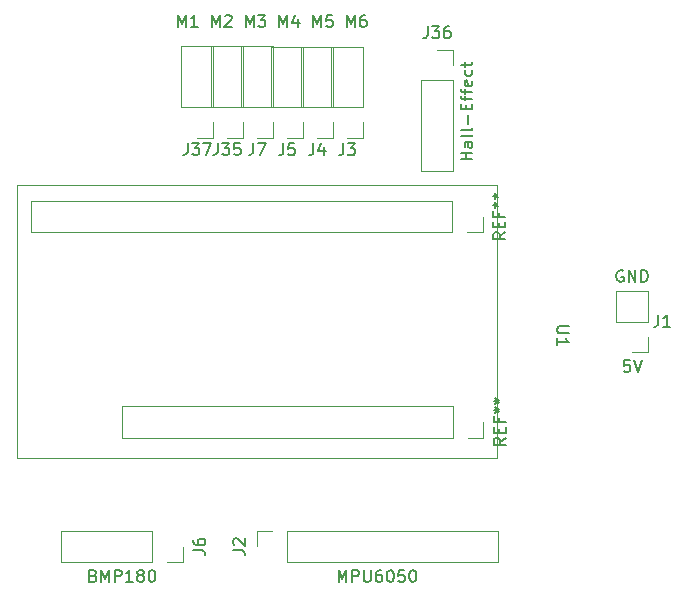
<source format=gbr>
%TF.GenerationSoftware,KiCad,Pcbnew,(6.0.9)*%
%TF.CreationDate,2023-02-14T12:36:13+03:00*%
%TF.ProjectId,kontrol_karti,6b6f6e74-726f-46c5-9f6b-617274692e6b,rev?*%
%TF.SameCoordinates,Original*%
%TF.FileFunction,Legend,Top*%
%TF.FilePolarity,Positive*%
%FSLAX46Y46*%
G04 Gerber Fmt 4.6, Leading zero omitted, Abs format (unit mm)*
G04 Created by KiCad (PCBNEW (6.0.9)) date 2023-02-14 12:36:13*
%MOMM*%
%LPD*%
G01*
G04 APERTURE LIST*
%ADD10C,0.150000*%
%ADD11C,0.120000*%
G04 APERTURE END LIST*
D10*
X86812380Y-58657619D02*
X85812380Y-58657619D01*
X86288571Y-58657619D02*
X86288571Y-58086190D01*
X86812380Y-58086190D02*
X85812380Y-58086190D01*
X86812380Y-57181428D02*
X86288571Y-57181428D01*
X86193333Y-57229047D01*
X86145714Y-57324285D01*
X86145714Y-57514761D01*
X86193333Y-57610000D01*
X86764761Y-57181428D02*
X86812380Y-57276666D01*
X86812380Y-57514761D01*
X86764761Y-57610000D01*
X86669523Y-57657619D01*
X86574285Y-57657619D01*
X86479047Y-57610000D01*
X86431428Y-57514761D01*
X86431428Y-57276666D01*
X86383809Y-57181428D01*
X86812380Y-56562380D02*
X86764761Y-56657619D01*
X86669523Y-56705238D01*
X85812380Y-56705238D01*
X86812380Y-56038571D02*
X86764761Y-56133809D01*
X86669523Y-56181428D01*
X85812380Y-56181428D01*
X86431428Y-55657619D02*
X86431428Y-54895714D01*
X86288571Y-54419523D02*
X86288571Y-54086190D01*
X86812380Y-53943333D02*
X86812380Y-54419523D01*
X85812380Y-54419523D01*
X85812380Y-53943333D01*
X86145714Y-53657619D02*
X86145714Y-53276666D01*
X86812380Y-53514761D02*
X85955238Y-53514761D01*
X85860000Y-53467142D01*
X85812380Y-53371904D01*
X85812380Y-53276666D01*
X86145714Y-53086190D02*
X86145714Y-52705238D01*
X86812380Y-52943333D02*
X85955238Y-52943333D01*
X85860000Y-52895714D01*
X85812380Y-52800476D01*
X85812380Y-52705238D01*
X86764761Y-51990952D02*
X86812380Y-52086190D01*
X86812380Y-52276666D01*
X86764761Y-52371904D01*
X86669523Y-52419523D01*
X86288571Y-52419523D01*
X86193333Y-52371904D01*
X86145714Y-52276666D01*
X86145714Y-52086190D01*
X86193333Y-51990952D01*
X86288571Y-51943333D01*
X86383809Y-51943333D01*
X86479047Y-52419523D01*
X86764761Y-51086190D02*
X86812380Y-51181428D01*
X86812380Y-51371904D01*
X86764761Y-51467142D01*
X86717142Y-51514761D01*
X86621904Y-51562380D01*
X86336190Y-51562380D01*
X86240952Y-51514761D01*
X86193333Y-51467142D01*
X86145714Y-51371904D01*
X86145714Y-51181428D01*
X86193333Y-51086190D01*
X86145714Y-50800476D02*
X86145714Y-50419523D01*
X85812380Y-50657619D02*
X86669523Y-50657619D01*
X86764761Y-50610000D01*
X86812380Y-50514761D01*
X86812380Y-50419523D01*
X100139523Y-75652380D02*
X99663333Y-75652380D01*
X99615714Y-76128571D01*
X99663333Y-76080952D01*
X99758571Y-76033333D01*
X99996666Y-76033333D01*
X100091904Y-76080952D01*
X100139523Y-76128571D01*
X100187142Y-76223809D01*
X100187142Y-76461904D01*
X100139523Y-76557142D01*
X100091904Y-76604761D01*
X99996666Y-76652380D01*
X99758571Y-76652380D01*
X99663333Y-76604761D01*
X99615714Y-76557142D01*
X100472857Y-75652380D02*
X100806190Y-76652380D01*
X101139523Y-75652380D01*
X61897619Y-47442380D02*
X61897619Y-46442380D01*
X62230952Y-47156666D01*
X62564285Y-46442380D01*
X62564285Y-47442380D01*
X63564285Y-47442380D02*
X62992857Y-47442380D01*
X63278571Y-47442380D02*
X63278571Y-46442380D01*
X63183333Y-46585238D01*
X63088095Y-46680476D01*
X62992857Y-46728095D01*
X64754761Y-47442380D02*
X64754761Y-46442380D01*
X65088095Y-47156666D01*
X65421428Y-46442380D01*
X65421428Y-47442380D01*
X65850000Y-46537619D02*
X65897619Y-46490000D01*
X65992857Y-46442380D01*
X66230952Y-46442380D01*
X66326190Y-46490000D01*
X66373809Y-46537619D01*
X66421428Y-46632857D01*
X66421428Y-46728095D01*
X66373809Y-46870952D01*
X65802380Y-47442380D01*
X66421428Y-47442380D01*
X67611904Y-47442380D02*
X67611904Y-46442380D01*
X67945238Y-47156666D01*
X68278571Y-46442380D01*
X68278571Y-47442380D01*
X68659523Y-46442380D02*
X69278571Y-46442380D01*
X68945238Y-46823333D01*
X69088095Y-46823333D01*
X69183333Y-46870952D01*
X69230952Y-46918571D01*
X69278571Y-47013809D01*
X69278571Y-47251904D01*
X69230952Y-47347142D01*
X69183333Y-47394761D01*
X69088095Y-47442380D01*
X68802380Y-47442380D01*
X68707142Y-47394761D01*
X68659523Y-47347142D01*
X70469047Y-47442380D02*
X70469047Y-46442380D01*
X70802380Y-47156666D01*
X71135714Y-46442380D01*
X71135714Y-47442380D01*
X72040476Y-46775714D02*
X72040476Y-47442380D01*
X71802380Y-46394761D02*
X71564285Y-47109047D01*
X72183333Y-47109047D01*
X73326190Y-47442380D02*
X73326190Y-46442380D01*
X73659523Y-47156666D01*
X73992857Y-46442380D01*
X73992857Y-47442380D01*
X74945238Y-46442380D02*
X74469047Y-46442380D01*
X74421428Y-46918571D01*
X74469047Y-46870952D01*
X74564285Y-46823333D01*
X74802380Y-46823333D01*
X74897619Y-46870952D01*
X74945238Y-46918571D01*
X74992857Y-47013809D01*
X74992857Y-47251904D01*
X74945238Y-47347142D01*
X74897619Y-47394761D01*
X74802380Y-47442380D01*
X74564285Y-47442380D01*
X74469047Y-47394761D01*
X74421428Y-47347142D01*
X76183333Y-47442380D02*
X76183333Y-46442380D01*
X76516666Y-47156666D01*
X76850000Y-46442380D01*
X76850000Y-47442380D01*
X77754761Y-46442380D02*
X77564285Y-46442380D01*
X77469047Y-46490000D01*
X77421428Y-46537619D01*
X77326190Y-46680476D01*
X77278571Y-46870952D01*
X77278571Y-47251904D01*
X77326190Y-47347142D01*
X77373809Y-47394761D01*
X77469047Y-47442380D01*
X77659523Y-47442380D01*
X77754761Y-47394761D01*
X77802380Y-47347142D01*
X77850000Y-47251904D01*
X77850000Y-47013809D01*
X77802380Y-46918571D01*
X77754761Y-46870952D01*
X77659523Y-46823333D01*
X77469047Y-46823333D01*
X77373809Y-46870952D01*
X77326190Y-46918571D01*
X77278571Y-47013809D01*
X75478095Y-94432380D02*
X75478095Y-93432380D01*
X75811428Y-94146666D01*
X76144761Y-93432380D01*
X76144761Y-94432380D01*
X76620952Y-94432380D02*
X76620952Y-93432380D01*
X77001904Y-93432380D01*
X77097142Y-93480000D01*
X77144761Y-93527619D01*
X77192380Y-93622857D01*
X77192380Y-93765714D01*
X77144761Y-93860952D01*
X77097142Y-93908571D01*
X77001904Y-93956190D01*
X76620952Y-93956190D01*
X77620952Y-93432380D02*
X77620952Y-94241904D01*
X77668571Y-94337142D01*
X77716190Y-94384761D01*
X77811428Y-94432380D01*
X78001904Y-94432380D01*
X78097142Y-94384761D01*
X78144761Y-94337142D01*
X78192380Y-94241904D01*
X78192380Y-93432380D01*
X79097142Y-93432380D02*
X78906666Y-93432380D01*
X78811428Y-93480000D01*
X78763809Y-93527619D01*
X78668571Y-93670476D01*
X78620952Y-93860952D01*
X78620952Y-94241904D01*
X78668571Y-94337142D01*
X78716190Y-94384761D01*
X78811428Y-94432380D01*
X79001904Y-94432380D01*
X79097142Y-94384761D01*
X79144761Y-94337142D01*
X79192380Y-94241904D01*
X79192380Y-94003809D01*
X79144761Y-93908571D01*
X79097142Y-93860952D01*
X79001904Y-93813333D01*
X78811428Y-93813333D01*
X78716190Y-93860952D01*
X78668571Y-93908571D01*
X78620952Y-94003809D01*
X79811428Y-93432380D02*
X79906666Y-93432380D01*
X80001904Y-93480000D01*
X80049523Y-93527619D01*
X80097142Y-93622857D01*
X80144761Y-93813333D01*
X80144761Y-94051428D01*
X80097142Y-94241904D01*
X80049523Y-94337142D01*
X80001904Y-94384761D01*
X79906666Y-94432380D01*
X79811428Y-94432380D01*
X79716190Y-94384761D01*
X79668571Y-94337142D01*
X79620952Y-94241904D01*
X79573333Y-94051428D01*
X79573333Y-93813333D01*
X79620952Y-93622857D01*
X79668571Y-93527619D01*
X79716190Y-93480000D01*
X79811428Y-93432380D01*
X81049523Y-93432380D02*
X80573333Y-93432380D01*
X80525714Y-93908571D01*
X80573333Y-93860952D01*
X80668571Y-93813333D01*
X80906666Y-93813333D01*
X81001904Y-93860952D01*
X81049523Y-93908571D01*
X81097142Y-94003809D01*
X81097142Y-94241904D01*
X81049523Y-94337142D01*
X81001904Y-94384761D01*
X80906666Y-94432380D01*
X80668571Y-94432380D01*
X80573333Y-94384761D01*
X80525714Y-94337142D01*
X81716190Y-93432380D02*
X81811428Y-93432380D01*
X81906666Y-93480000D01*
X81954285Y-93527619D01*
X82001904Y-93622857D01*
X82049523Y-93813333D01*
X82049523Y-94051428D01*
X82001904Y-94241904D01*
X81954285Y-94337142D01*
X81906666Y-94384761D01*
X81811428Y-94432380D01*
X81716190Y-94432380D01*
X81620952Y-94384761D01*
X81573333Y-94337142D01*
X81525714Y-94241904D01*
X81478095Y-94051428D01*
X81478095Y-93813333D01*
X81525714Y-93622857D01*
X81573333Y-93527619D01*
X81620952Y-93480000D01*
X81716190Y-93432380D01*
X54721428Y-93908571D02*
X54864285Y-93956190D01*
X54911904Y-94003809D01*
X54959523Y-94099047D01*
X54959523Y-94241904D01*
X54911904Y-94337142D01*
X54864285Y-94384761D01*
X54769047Y-94432380D01*
X54388095Y-94432380D01*
X54388095Y-93432380D01*
X54721428Y-93432380D01*
X54816666Y-93480000D01*
X54864285Y-93527619D01*
X54911904Y-93622857D01*
X54911904Y-93718095D01*
X54864285Y-93813333D01*
X54816666Y-93860952D01*
X54721428Y-93908571D01*
X54388095Y-93908571D01*
X55388095Y-94432380D02*
X55388095Y-93432380D01*
X55721428Y-94146666D01*
X56054761Y-93432380D01*
X56054761Y-94432380D01*
X56530952Y-94432380D02*
X56530952Y-93432380D01*
X56911904Y-93432380D01*
X57007142Y-93480000D01*
X57054761Y-93527619D01*
X57102380Y-93622857D01*
X57102380Y-93765714D01*
X57054761Y-93860952D01*
X57007142Y-93908571D01*
X56911904Y-93956190D01*
X56530952Y-93956190D01*
X58054761Y-94432380D02*
X57483333Y-94432380D01*
X57769047Y-94432380D02*
X57769047Y-93432380D01*
X57673809Y-93575238D01*
X57578571Y-93670476D01*
X57483333Y-93718095D01*
X58626190Y-93860952D02*
X58530952Y-93813333D01*
X58483333Y-93765714D01*
X58435714Y-93670476D01*
X58435714Y-93622857D01*
X58483333Y-93527619D01*
X58530952Y-93480000D01*
X58626190Y-93432380D01*
X58816666Y-93432380D01*
X58911904Y-93480000D01*
X58959523Y-93527619D01*
X59007142Y-93622857D01*
X59007142Y-93670476D01*
X58959523Y-93765714D01*
X58911904Y-93813333D01*
X58816666Y-93860952D01*
X58626190Y-93860952D01*
X58530952Y-93908571D01*
X58483333Y-93956190D01*
X58435714Y-94051428D01*
X58435714Y-94241904D01*
X58483333Y-94337142D01*
X58530952Y-94384761D01*
X58626190Y-94432380D01*
X58816666Y-94432380D01*
X58911904Y-94384761D01*
X58959523Y-94337142D01*
X59007142Y-94241904D01*
X59007142Y-94051428D01*
X58959523Y-93956190D01*
X58911904Y-93908571D01*
X58816666Y-93860952D01*
X59626190Y-93432380D02*
X59721428Y-93432380D01*
X59816666Y-93480000D01*
X59864285Y-93527619D01*
X59911904Y-93622857D01*
X59959523Y-93813333D01*
X59959523Y-94051428D01*
X59911904Y-94241904D01*
X59864285Y-94337142D01*
X59816666Y-94384761D01*
X59721428Y-94432380D01*
X59626190Y-94432380D01*
X59530952Y-94384761D01*
X59483333Y-94337142D01*
X59435714Y-94241904D01*
X59388095Y-94051428D01*
X59388095Y-93813333D01*
X59435714Y-93622857D01*
X59483333Y-93527619D01*
X59530952Y-93480000D01*
X59626190Y-93432380D01*
X99568095Y-68080000D02*
X99472857Y-68032380D01*
X99330000Y-68032380D01*
X99187142Y-68080000D01*
X99091904Y-68175238D01*
X99044285Y-68270476D01*
X98996666Y-68460952D01*
X98996666Y-68603809D01*
X99044285Y-68794285D01*
X99091904Y-68889523D01*
X99187142Y-68984761D01*
X99330000Y-69032380D01*
X99425238Y-69032380D01*
X99568095Y-68984761D01*
X99615714Y-68937142D01*
X99615714Y-68603809D01*
X99425238Y-68603809D01*
X100044285Y-69032380D02*
X100044285Y-68032380D01*
X100615714Y-69032380D01*
X100615714Y-68032380D01*
X101091904Y-69032380D02*
X101091904Y-68032380D01*
X101330000Y-68032380D01*
X101472857Y-68080000D01*
X101568095Y-68175238D01*
X101615714Y-68270476D01*
X101663333Y-68460952D01*
X101663333Y-68603809D01*
X101615714Y-68794285D01*
X101568095Y-68889523D01*
X101472857Y-68984761D01*
X101330000Y-69032380D01*
X101091904Y-69032380D01*
%TO.C,J7*%
X68246666Y-57292380D02*
X68246666Y-58006666D01*
X68199047Y-58149523D01*
X68103809Y-58244761D01*
X67960952Y-58292380D01*
X67865714Y-58292380D01*
X68627619Y-57292380D02*
X69294285Y-57292380D01*
X68865714Y-58292380D01*
%TO.C,J35*%
X65230476Y-57292380D02*
X65230476Y-58006666D01*
X65182857Y-58149523D01*
X65087619Y-58244761D01*
X64944761Y-58292380D01*
X64849523Y-58292380D01*
X65611428Y-57292380D02*
X66230476Y-57292380D01*
X65897142Y-57673333D01*
X66040000Y-57673333D01*
X66135238Y-57720952D01*
X66182857Y-57768571D01*
X66230476Y-57863809D01*
X66230476Y-58101904D01*
X66182857Y-58197142D01*
X66135238Y-58244761D01*
X66040000Y-58292380D01*
X65754285Y-58292380D01*
X65659047Y-58244761D01*
X65611428Y-58197142D01*
X67135238Y-57292380D02*
X66659047Y-57292380D01*
X66611428Y-57768571D01*
X66659047Y-57720952D01*
X66754285Y-57673333D01*
X66992380Y-57673333D01*
X67087619Y-57720952D01*
X67135238Y-57768571D01*
X67182857Y-57863809D01*
X67182857Y-58101904D01*
X67135238Y-58197142D01*
X67087619Y-58244761D01*
X66992380Y-58292380D01*
X66754285Y-58292380D01*
X66659047Y-58244761D01*
X66611428Y-58197142D01*
%TO.C,REF\u002A\u002A*%
X89622380Y-82233333D02*
X89146190Y-82566666D01*
X89622380Y-82804761D02*
X88622380Y-82804761D01*
X88622380Y-82423809D01*
X88670000Y-82328571D01*
X88717619Y-82280952D01*
X88812857Y-82233333D01*
X88955714Y-82233333D01*
X89050952Y-82280952D01*
X89098571Y-82328571D01*
X89146190Y-82423809D01*
X89146190Y-82804761D01*
X89098571Y-81804761D02*
X89098571Y-81471428D01*
X89622380Y-81328571D02*
X89622380Y-81804761D01*
X88622380Y-81804761D01*
X88622380Y-81328571D01*
X89098571Y-80566666D02*
X89098571Y-80900000D01*
X89622380Y-80900000D02*
X88622380Y-80900000D01*
X88622380Y-80423809D01*
X88622380Y-79900000D02*
X88860476Y-79900000D01*
X88765238Y-80138095D02*
X88860476Y-79900000D01*
X88765238Y-79661904D01*
X89050952Y-80042857D02*
X88860476Y-79900000D01*
X89050952Y-79757142D01*
X88622380Y-79138095D02*
X88860476Y-79138095D01*
X88765238Y-79376190D02*
X88860476Y-79138095D01*
X88765238Y-78900000D01*
X89050952Y-79280952D02*
X88860476Y-79138095D01*
X89050952Y-78995238D01*
%TO.C,J6*%
X63182380Y-91773333D02*
X63896666Y-91773333D01*
X64039523Y-91820952D01*
X64134761Y-91916190D01*
X64182380Y-92059047D01*
X64182380Y-92154285D01*
X63182380Y-90868571D02*
X63182380Y-91059047D01*
X63230000Y-91154285D01*
X63277619Y-91201904D01*
X63420476Y-91297142D01*
X63610952Y-91344761D01*
X63991904Y-91344761D01*
X64087142Y-91297142D01*
X64134761Y-91249523D01*
X64182380Y-91154285D01*
X64182380Y-90963809D01*
X64134761Y-90868571D01*
X64087142Y-90820952D01*
X63991904Y-90773333D01*
X63753809Y-90773333D01*
X63658571Y-90820952D01*
X63610952Y-90868571D01*
X63563333Y-90963809D01*
X63563333Y-91154285D01*
X63610952Y-91249523D01*
X63658571Y-91297142D01*
X63753809Y-91344761D01*
%TO.C,J4*%
X73326666Y-57307380D02*
X73326666Y-58021666D01*
X73279047Y-58164523D01*
X73183809Y-58259761D01*
X73040952Y-58307380D01*
X72945714Y-58307380D01*
X74231428Y-57640714D02*
X74231428Y-58307380D01*
X73993333Y-57259761D02*
X73755238Y-57974047D01*
X74374285Y-57974047D01*
%TO.C,J3*%
X75866666Y-57307380D02*
X75866666Y-58021666D01*
X75819047Y-58164523D01*
X75723809Y-58259761D01*
X75580952Y-58307380D01*
X75485714Y-58307380D01*
X76247619Y-57307380D02*
X76866666Y-57307380D01*
X76533333Y-57688333D01*
X76676190Y-57688333D01*
X76771428Y-57735952D01*
X76819047Y-57783571D01*
X76866666Y-57878809D01*
X76866666Y-58116904D01*
X76819047Y-58212142D01*
X76771428Y-58259761D01*
X76676190Y-58307380D01*
X76390476Y-58307380D01*
X76295238Y-58259761D01*
X76247619Y-58212142D01*
%TO.C,J1*%
X102536666Y-71842380D02*
X102536666Y-72556666D01*
X102489047Y-72699523D01*
X102393809Y-72794761D01*
X102250952Y-72842380D01*
X102155714Y-72842380D01*
X103536666Y-72842380D02*
X102965238Y-72842380D01*
X103250952Y-72842380D02*
X103250952Y-71842380D01*
X103155714Y-71985238D01*
X103060476Y-72080476D01*
X102965238Y-72128095D01*
%TO.C,J37*%
X62690476Y-57292380D02*
X62690476Y-58006666D01*
X62642857Y-58149523D01*
X62547619Y-58244761D01*
X62404761Y-58292380D01*
X62309523Y-58292380D01*
X63071428Y-57292380D02*
X63690476Y-57292380D01*
X63357142Y-57673333D01*
X63500000Y-57673333D01*
X63595238Y-57720952D01*
X63642857Y-57768571D01*
X63690476Y-57863809D01*
X63690476Y-58101904D01*
X63642857Y-58197142D01*
X63595238Y-58244761D01*
X63500000Y-58292380D01*
X63214285Y-58292380D01*
X63119047Y-58244761D01*
X63071428Y-58197142D01*
X64023809Y-57292380D02*
X64690476Y-57292380D01*
X64261904Y-58292380D01*
%TO.C,REF\u002A\u002A*%
X89582380Y-64833333D02*
X89106190Y-65166666D01*
X89582380Y-65404761D02*
X88582380Y-65404761D01*
X88582380Y-65023809D01*
X88630000Y-64928571D01*
X88677619Y-64880952D01*
X88772857Y-64833333D01*
X88915714Y-64833333D01*
X89010952Y-64880952D01*
X89058571Y-64928571D01*
X89106190Y-65023809D01*
X89106190Y-65404761D01*
X89058571Y-64404761D02*
X89058571Y-64071428D01*
X89582380Y-63928571D02*
X89582380Y-64404761D01*
X88582380Y-64404761D01*
X88582380Y-63928571D01*
X89058571Y-63166666D02*
X89058571Y-63500000D01*
X89582380Y-63500000D02*
X88582380Y-63500000D01*
X88582380Y-63023809D01*
X88582380Y-62500000D02*
X88820476Y-62500000D01*
X88725238Y-62738095D02*
X88820476Y-62500000D01*
X88725238Y-62261904D01*
X89010952Y-62642857D02*
X88820476Y-62500000D01*
X89010952Y-62357142D01*
X88582380Y-61738095D02*
X88820476Y-61738095D01*
X88725238Y-61976190D02*
X88820476Y-61738095D01*
X88725238Y-61500000D01*
X89010952Y-61880952D02*
X88820476Y-61738095D01*
X89010952Y-61595238D01*
%TO.C,J5*%
X70786666Y-57307380D02*
X70786666Y-58021666D01*
X70739047Y-58164523D01*
X70643809Y-58259761D01*
X70500952Y-58307380D01*
X70405714Y-58307380D01*
X71739047Y-57307380D02*
X71262857Y-57307380D01*
X71215238Y-57783571D01*
X71262857Y-57735952D01*
X71358095Y-57688333D01*
X71596190Y-57688333D01*
X71691428Y-57735952D01*
X71739047Y-57783571D01*
X71786666Y-57878809D01*
X71786666Y-58116904D01*
X71739047Y-58212142D01*
X71691428Y-58259761D01*
X71596190Y-58307380D01*
X71358095Y-58307380D01*
X71262857Y-58259761D01*
X71215238Y-58212142D01*
%TO.C,J36*%
X83010476Y-47392380D02*
X83010476Y-48106666D01*
X82962857Y-48249523D01*
X82867619Y-48344761D01*
X82724761Y-48392380D01*
X82629523Y-48392380D01*
X83391428Y-47392380D02*
X84010476Y-47392380D01*
X83677142Y-47773333D01*
X83820000Y-47773333D01*
X83915238Y-47820952D01*
X83962857Y-47868571D01*
X84010476Y-47963809D01*
X84010476Y-48201904D01*
X83962857Y-48297142D01*
X83915238Y-48344761D01*
X83820000Y-48392380D01*
X83534285Y-48392380D01*
X83439047Y-48344761D01*
X83391428Y-48297142D01*
X84867619Y-47392380D02*
X84677142Y-47392380D01*
X84581904Y-47440000D01*
X84534285Y-47487619D01*
X84439047Y-47630476D01*
X84391428Y-47820952D01*
X84391428Y-48201904D01*
X84439047Y-48297142D01*
X84486666Y-48344761D01*
X84581904Y-48392380D01*
X84772380Y-48392380D01*
X84867619Y-48344761D01*
X84915238Y-48297142D01*
X84962857Y-48201904D01*
X84962857Y-47963809D01*
X84915238Y-47868571D01*
X84867619Y-47820952D01*
X84772380Y-47773333D01*
X84581904Y-47773333D01*
X84486666Y-47820952D01*
X84439047Y-47868571D01*
X84391428Y-47963809D01*
%TO.C,U1*%
X94987619Y-72808095D02*
X94178095Y-72808095D01*
X94082857Y-72855714D01*
X94035238Y-72903333D01*
X93987619Y-72998571D01*
X93987619Y-73189047D01*
X94035238Y-73284285D01*
X94082857Y-73331904D01*
X94178095Y-73379523D01*
X94987619Y-73379523D01*
X93987619Y-74379523D02*
X93987619Y-73808095D01*
X93987619Y-74093809D02*
X94987619Y-74093809D01*
X94844761Y-73998571D01*
X94749523Y-73903333D01*
X94701904Y-73808095D01*
%TO.C,J2*%
X66547380Y-91748333D02*
X67261666Y-91748333D01*
X67404523Y-91795952D01*
X67499761Y-91891190D01*
X67547380Y-92034047D01*
X67547380Y-92129285D01*
X66642619Y-91319761D02*
X66595000Y-91272142D01*
X66547380Y-91176904D01*
X66547380Y-90938809D01*
X66595000Y-90843571D01*
X66642619Y-90795952D01*
X66737857Y-90748333D01*
X66833095Y-90748333D01*
X66975952Y-90795952D01*
X67547380Y-91367380D01*
X67547380Y-90748333D01*
D11*
%TO.C,J7*%
X69910000Y-49100000D02*
X67250000Y-49100000D01*
X69910000Y-54240000D02*
X67250000Y-54240000D01*
X69910000Y-56840000D02*
X68580000Y-56840000D01*
X67250000Y-54240000D02*
X67250000Y-49100000D01*
X69910000Y-54240000D02*
X69910000Y-49100000D01*
X69910000Y-55510000D02*
X69910000Y-56840000D01*
%TO.C,J35*%
X67370000Y-49100000D02*
X64710000Y-49100000D01*
X67370000Y-54240000D02*
X64710000Y-54240000D01*
X67370000Y-55510000D02*
X67370000Y-56840000D01*
X67370000Y-56840000D02*
X66040000Y-56840000D01*
X64710000Y-54240000D02*
X64710000Y-49100000D01*
X67370000Y-54240000D02*
X67370000Y-49100000D01*
%TO.C,REF\u002A\u002A*%
X87730000Y-80900000D02*
X87730000Y-82230000D01*
X85130000Y-79570000D02*
X57130000Y-79570000D01*
X87730000Y-82230000D02*
X86400000Y-82230000D01*
X85130000Y-82230000D02*
X57130000Y-82230000D01*
X57130000Y-79570000D02*
X57130000Y-82230000D01*
X85130000Y-79570000D02*
X85130000Y-82230000D01*
%TO.C,J6*%
X62290000Y-91440000D02*
X62290000Y-92770000D01*
X59690000Y-92770000D02*
X52010000Y-92770000D01*
X52010000Y-90110000D02*
X52010000Y-92770000D01*
X59690000Y-90110000D02*
X52010000Y-90110000D01*
X62290000Y-92770000D02*
X60960000Y-92770000D01*
X59690000Y-90110000D02*
X59690000Y-92770000D01*
%TO.C,J4*%
X74990000Y-56855000D02*
X73660000Y-56855000D01*
X74990000Y-54255000D02*
X74990000Y-49115000D01*
X74990000Y-49115000D02*
X72330000Y-49115000D01*
X74990000Y-54255000D02*
X72330000Y-54255000D01*
X74990000Y-55525000D02*
X74990000Y-56855000D01*
X72330000Y-54255000D02*
X72330000Y-49115000D01*
%TO.C,J3*%
X77530000Y-55525000D02*
X77530000Y-56855000D01*
X74870000Y-54255000D02*
X74870000Y-49115000D01*
X77530000Y-56855000D02*
X76200000Y-56855000D01*
X77530000Y-54255000D02*
X74870000Y-54255000D01*
X77530000Y-49115000D02*
X74870000Y-49115000D01*
X77530000Y-54255000D02*
X77530000Y-49115000D01*
%TO.C,J1*%
X101660000Y-73660000D02*
X101660000Y-74990000D01*
X101660000Y-74990000D02*
X100330000Y-74990000D01*
X101660000Y-72390000D02*
X99000000Y-72390000D01*
X101660000Y-69790000D02*
X99000000Y-69790000D01*
X99000000Y-72390000D02*
X99000000Y-69790000D01*
X101660000Y-72390000D02*
X101660000Y-69790000D01*
%TO.C,J37*%
X64830000Y-56840000D02*
X63500000Y-56840000D01*
X64830000Y-49100000D02*
X62170000Y-49100000D01*
X64830000Y-54240000D02*
X64830000Y-49100000D01*
X64830000Y-55510000D02*
X64830000Y-56840000D01*
X62170000Y-54240000D02*
X62170000Y-49100000D01*
X64830000Y-54240000D02*
X62170000Y-54240000D01*
%TO.C,REF\u002A\u002A*%
X85090000Y-62170000D02*
X85090000Y-64830000D01*
X87690000Y-64830000D02*
X86360000Y-64830000D01*
X85090000Y-64830000D02*
X49470000Y-64830000D01*
X85090000Y-62170000D02*
X49470000Y-62170000D01*
X87690000Y-63500000D02*
X87690000Y-64830000D01*
X49470000Y-62170000D02*
X49470000Y-64830000D01*
%TO.C,J5*%
X69790000Y-54255000D02*
X69790000Y-49115000D01*
X72450000Y-54255000D02*
X69790000Y-54255000D01*
X72450000Y-54255000D02*
X72450000Y-49115000D01*
X72450000Y-56855000D02*
X71120000Y-56855000D01*
X72450000Y-55525000D02*
X72450000Y-56855000D01*
X72450000Y-49115000D02*
X69790000Y-49115000D01*
%TO.C,J36*%
X82490000Y-51980000D02*
X85150000Y-51980000D01*
X83820000Y-49380000D02*
X85150000Y-49380000D01*
X85150000Y-49380000D02*
X85150000Y-50710000D01*
X85150000Y-51980000D02*
X85150000Y-59660000D01*
X82490000Y-59660000D02*
X85150000Y-59660000D01*
X82490000Y-51980000D02*
X82490000Y-59660000D01*
%TO.C,U1*%
X88860000Y-60870000D02*
X48260000Y-60870000D01*
X48260000Y-60870000D02*
X48260000Y-83910000D01*
X48260000Y-83910000D02*
X88860000Y-83910000D01*
X88860000Y-83910000D02*
X88860000Y-60870000D01*
%TO.C,J2*%
X71135000Y-92745000D02*
X71135000Y-90085000D01*
X68535000Y-91415000D02*
X68535000Y-90085000D01*
X68535000Y-90085000D02*
X69865000Y-90085000D01*
X71135000Y-92745000D02*
X88975000Y-92745000D01*
X88975000Y-92745000D02*
X88975000Y-90085000D01*
X71135000Y-90085000D02*
X88975000Y-90085000D01*
%TD*%
M02*

</source>
